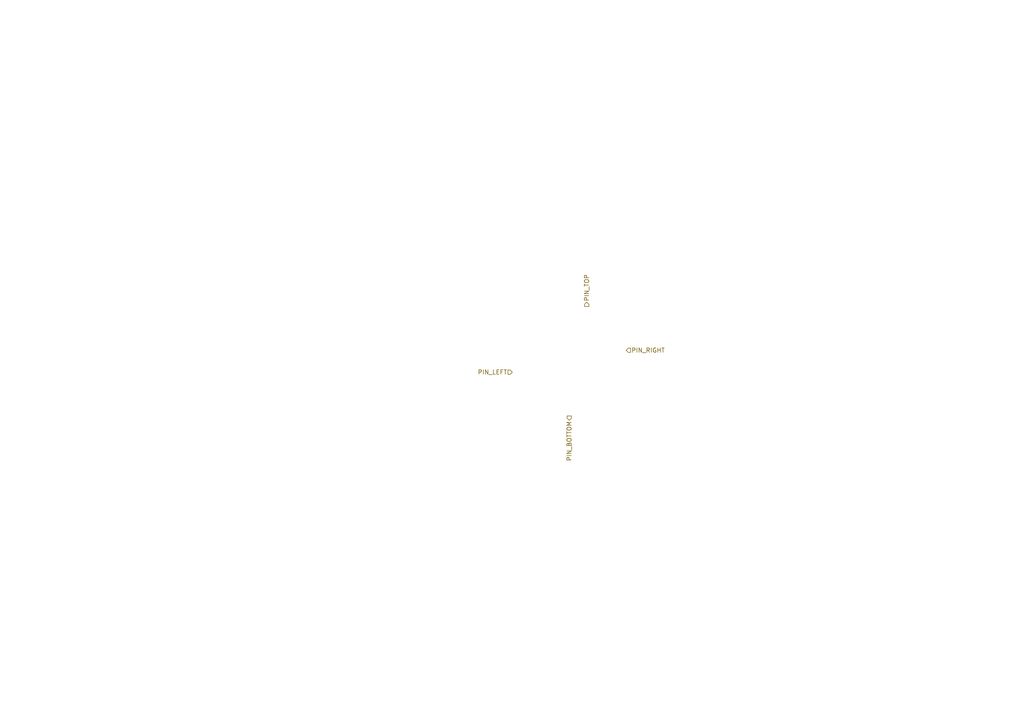
<source format=kicad_sch>
(kicad_sch
	(version 20250114)
	(generator "eeschema")
	(generator_version "9.0")
	(uuid "160bb7da-959a-4fbd-8fce-828f02a93276")
	(paper "A4")
	(title_block
		(title "SubSheet")
	)
	(lib_symbols)
	(hierarchical_label "PIN_RIGHT"
		(shape input)
		(at 181.61 101.6 0)
		(effects
			(font
				(size 1.27 1.27)
			)
			(justify left)
		)
		(uuid "20395c8d-38ba-41ee-9a54-8ddcf6cb2279")
	)
	(hierarchical_label "PIN_BOTTOM"
		(shape output)
		(at 165.1 120.65 270)
		(effects
			(font
				(size 1.27 1.27)
			)
			(justify right)
		)
		(uuid "a1b2c3d4-e5f6-7890-abcd-ef1234567890")
	)
	(hierarchical_label "PIN_LEFT"
		(shape input)
		(at 148.59 107.95 180)
		(effects
			(font
				(size 1.27 1.27)
			)
			(justify right)
		)
		(uuid "b2c3d4e5-f6a7-8901-bcde-f12345678901")
	)
	(hierarchical_label "PIN_TOP"
		(shape output)
		(at 170.18 88.9 90)
		(effects
			(font
				(size 1.27 1.27)
			)
			(justify left)
		)
		(uuid "c3d4e5f6-a7b8-9012-cdef-123456789012")
	)
	(sheet_instances
		(path "/"
			(page "1")
		)
	)
	(embedded_fonts no)
)

</source>
